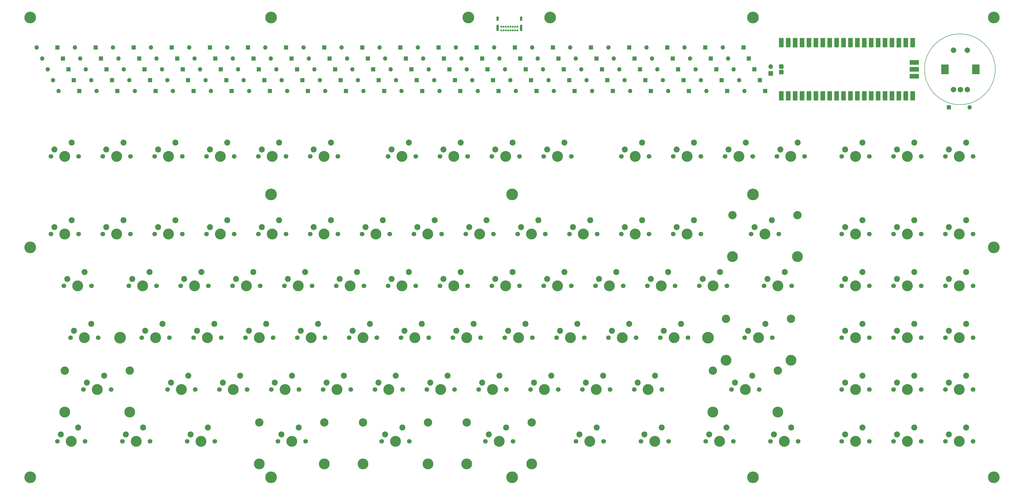
<source format=gts>
G04 #@! TF.GenerationSoftware,KiCad,Pcbnew,(6.0.0)*
G04 #@! TF.CreationDate,2022-03-01T15:50:58-08:00*
G04 #@! TF.ProjectId,keyboard_exposed_diodes_standard_tkl,6b657962-6f61-4726-945f-6578706f7365,rev?*
G04 #@! TF.SameCoordinates,Original*
G04 #@! TF.FileFunction,Soldermask,Top*
G04 #@! TF.FilePolarity,Negative*
%FSLAX46Y46*%
G04 Gerber Fmt 4.6, Leading zero omitted, Abs format (unit mm)*
G04 Created by KiCad (PCBNEW (6.0.0)) date 2022-03-01 15:50:58*
%MOMM*%
%LPD*%
G01*
G04 APERTURE LIST*
G04 Aperture macros list*
%AMRoundRect*
0 Rectangle with rounded corners*
0 $1 Rounding radius*
0 $2 $3 $4 $5 $6 $7 $8 $9 X,Y pos of 4 corners*
0 Add a 4 corners polygon primitive as box body*
4,1,4,$2,$3,$4,$5,$6,$7,$8,$9,$2,$3,0*
0 Add four circle primitives for the rounded corners*
1,1,$1+$1,$2,$3*
1,1,$1+$1,$4,$5*
1,1,$1+$1,$6,$7*
1,1,$1+$1,$8,$9*
0 Add four rect primitives between the rounded corners*
20,1,$1+$1,$2,$3,$4,$5,0*
20,1,$1+$1,$4,$5,$6,$7,0*
20,1,$1+$1,$6,$7,$8,$9,0*
20,1,$1+$1,$8,$9,$2,$3,0*%
G04 Aperture macros list end*
%ADD10C,0.150000*%
%ADD11C,1.700000*%
%ADD12C,4.000000*%
%ADD13C,2.200000*%
%ADD14R,1.600000X1.600000*%
%ADD15O,1.600000X1.600000*%
%ADD16R,1.700000X1.700000*%
%ADD17O,1.700000X1.700000*%
%ADD18C,0.700000*%
%ADD19O,0.900000X2.400000*%
%ADD20O,0.900000X1.700000*%
%ADD21R,1.700000X3.500000*%
%ADD22R,3.500000X1.700000*%
%ADD23RoundRect,0.425000X0.425000X-0.425000X0.425000X0.425000X-0.425000X0.425000X-0.425000X-0.425000X0*%
%ADD24R,2.800000X3.600000*%
%ADD25C,2.000000*%
%ADD26C,3.987800*%
%ADD27C,3.048000*%
%ADD28C,4.300000*%
G04 APERTURE END LIST*
D10*
X468500000Y-189000000D02*
G75*
G03*
X468500000Y-189000000I-13000000J0D01*
G01*
D11*
X140665000Y-249575000D03*
X150825000Y-249575000D03*
D12*
X145745000Y-249575000D03*
D13*
X141935000Y-247035000D03*
X148285000Y-244495000D03*
D11*
X169875000Y-249575000D03*
X159715000Y-249575000D03*
D12*
X164795000Y-249575000D03*
D13*
X160985000Y-247035000D03*
X167335000Y-244495000D03*
D11*
X178765000Y-249575000D03*
X188925000Y-249575000D03*
D12*
X183845000Y-249575000D03*
D13*
X180035000Y-247035000D03*
X186385000Y-244495000D03*
D12*
X202895000Y-249575000D03*
D11*
X197815000Y-249575000D03*
X207975000Y-249575000D03*
D13*
X199085000Y-247035000D03*
X205435000Y-244495000D03*
D11*
X216865000Y-249575000D03*
X227025000Y-249575000D03*
D12*
X221945000Y-249575000D03*
D13*
X218135000Y-247035000D03*
X224485000Y-244495000D03*
D12*
X240995000Y-249575000D03*
D11*
X246075000Y-249575000D03*
X235915000Y-249575000D03*
D13*
X237185000Y-247035000D03*
X243535000Y-244495000D03*
D11*
X254965000Y-249575000D03*
D12*
X260045000Y-249575000D03*
D11*
X265125000Y-249575000D03*
D13*
X256235000Y-247035000D03*
X262585000Y-244495000D03*
D12*
X279095000Y-249575000D03*
D11*
X274015000Y-249575000D03*
X284175000Y-249575000D03*
D13*
X275285000Y-247035000D03*
X281635000Y-244495000D03*
D11*
X293065000Y-249575000D03*
D12*
X298145000Y-249575000D03*
D11*
X303225000Y-249575000D03*
D13*
X294335000Y-247035000D03*
X300685000Y-244495000D03*
D11*
X165112500Y-287675000D03*
X154952500Y-287675000D03*
D12*
X160032500Y-287675000D03*
D13*
X156222500Y-285135000D03*
X162572500Y-282595000D03*
D11*
X250837500Y-306725000D03*
X240677500Y-306725000D03*
D12*
X245757500Y-306725000D03*
D13*
X241947500Y-304185000D03*
X248297500Y-301645000D03*
D11*
X378790000Y-249575000D03*
D12*
X383870000Y-249575000D03*
D11*
X388950000Y-249575000D03*
D13*
X380060000Y-247035000D03*
X386410000Y-244495000D03*
D12*
X388632500Y-268625000D03*
D11*
X393712500Y-268625000D03*
X383552500Y-268625000D03*
D13*
X384822500Y-266085000D03*
X391172500Y-263545000D03*
D12*
X207657500Y-306725000D03*
D11*
X212737500Y-306725000D03*
X202577500Y-306725000D03*
D13*
X203847500Y-304185000D03*
X210197500Y-301645000D03*
D11*
X193052500Y-287675000D03*
D12*
X198132500Y-287675000D03*
D11*
X203212500Y-287675000D03*
D13*
X194322500Y-285135000D03*
X200672500Y-282595000D03*
D12*
X336245000Y-249575000D03*
D11*
X341325000Y-249575000D03*
X331165000Y-249575000D03*
D13*
X332435000Y-247035000D03*
X338785000Y-244495000D03*
D12*
X417207500Y-268625000D03*
D11*
X422287500Y-268625000D03*
X412127500Y-268625000D03*
D13*
X413397500Y-266085000D03*
X419747500Y-263545000D03*
D11*
X431177500Y-325775000D03*
D12*
X436257500Y-325775000D03*
D11*
X441337500Y-325775000D03*
D13*
X432447500Y-323235000D03*
X438797500Y-320695000D03*
D11*
X188290000Y-268625000D03*
X198450000Y-268625000D03*
D12*
X193370000Y-268625000D03*
D13*
X189560000Y-266085000D03*
X195910000Y-263545000D03*
D11*
X441337500Y-268625000D03*
X431177500Y-268625000D03*
D12*
X436257500Y-268625000D03*
D13*
X432447500Y-266085000D03*
X438797500Y-263545000D03*
D12*
X381488750Y-287675000D03*
D11*
X386568750Y-287675000D03*
X376408750Y-287675000D03*
D13*
X377678750Y-285135000D03*
X384028750Y-282595000D03*
D11*
X360375000Y-249575000D03*
X350215000Y-249575000D03*
D12*
X355295000Y-249575000D03*
D13*
X351485000Y-247035000D03*
X357835000Y-244495000D03*
D11*
X150825000Y-221000000D03*
X140665000Y-221000000D03*
D12*
X145745000Y-221000000D03*
D13*
X141935000Y-218460000D03*
X148285000Y-215920000D03*
D11*
X215118750Y-325775000D03*
D12*
X210038750Y-325775000D03*
D11*
X204958750Y-325775000D03*
D13*
X206228750Y-323235000D03*
X212578750Y-320695000D03*
D11*
X281158750Y-325775000D03*
D12*
X286238750Y-325775000D03*
D11*
X291318750Y-325775000D03*
D13*
X282428750Y-323235000D03*
X288778750Y-320695000D03*
D11*
X422287500Y-287675000D03*
D12*
X417207500Y-287675000D03*
D11*
X412127500Y-287675000D03*
D13*
X413397500Y-285135000D03*
X419747500Y-282595000D03*
D12*
X417207500Y-306725000D03*
D11*
X422287500Y-306725000D03*
X412127500Y-306725000D03*
D13*
X413397500Y-304185000D03*
X419747500Y-301645000D03*
D11*
X441337500Y-287675000D03*
D12*
X436257500Y-287675000D03*
D11*
X431177500Y-287675000D03*
D13*
X432447500Y-285135000D03*
X438797500Y-282595000D03*
D12*
X455307500Y-287675000D03*
D11*
X450227500Y-287675000D03*
X460387500Y-287675000D03*
D13*
X451497500Y-285135000D03*
X457847500Y-282595000D03*
D11*
X450227500Y-306725000D03*
X460387500Y-306725000D03*
D12*
X455307500Y-306725000D03*
D13*
X451497500Y-304185000D03*
X457847500Y-301645000D03*
D11*
X169875000Y-221000000D03*
X159715000Y-221000000D03*
D12*
X164795000Y-221000000D03*
D13*
X160985000Y-218460000D03*
X167335000Y-215920000D03*
D11*
X178765000Y-221000000D03*
D12*
X183845000Y-221000000D03*
D11*
X188925000Y-221000000D03*
D13*
X180035000Y-218460000D03*
X186385000Y-215920000D03*
D11*
X207975000Y-221000000D03*
D12*
X202895000Y-221000000D03*
D11*
X197815000Y-221000000D03*
D13*
X199085000Y-218460000D03*
X205435000Y-215920000D03*
D11*
X245440000Y-221000000D03*
X255600000Y-221000000D03*
D12*
X250520000Y-221000000D03*
D13*
X246710000Y-218460000D03*
X253060000Y-215920000D03*
D11*
X283540000Y-221000000D03*
X293700000Y-221000000D03*
D12*
X288620000Y-221000000D03*
D13*
X284810000Y-218460000D03*
X291160000Y-215920000D03*
D11*
X302590000Y-221000000D03*
D12*
X307670000Y-221000000D03*
D11*
X312750000Y-221000000D03*
D13*
X303860000Y-218460000D03*
X310210000Y-215920000D03*
D12*
X374345000Y-221000000D03*
D11*
X379425000Y-221000000D03*
X369265000Y-221000000D03*
D13*
X370535000Y-218460000D03*
X376885000Y-215920000D03*
D11*
X222262500Y-287675000D03*
D12*
X217182500Y-287675000D03*
D11*
X212102500Y-287675000D03*
D13*
X213372500Y-285135000D03*
X219722500Y-282595000D03*
D11*
X335927500Y-306725000D03*
D12*
X341007500Y-306725000D03*
D11*
X346087500Y-306725000D03*
D13*
X337197500Y-304185000D03*
X343547500Y-301645000D03*
D11*
X231152500Y-287675000D03*
D12*
X236232500Y-287675000D03*
D11*
X241312500Y-287675000D03*
D13*
X232422500Y-285135000D03*
X238772500Y-282595000D03*
D12*
X255282500Y-287675000D03*
D11*
X260362500Y-287675000D03*
X250202500Y-287675000D03*
D13*
X251472500Y-285135000D03*
X257822500Y-282595000D03*
D11*
X431177500Y-249575000D03*
X441337500Y-249575000D03*
D12*
X436257500Y-249575000D03*
D13*
X432447500Y-247035000D03*
X438797500Y-244495000D03*
D12*
X288620000Y-268625000D03*
D11*
X283540000Y-268625000D03*
X293700000Y-268625000D03*
D13*
X284810000Y-266085000D03*
X291160000Y-263545000D03*
D12*
X417207500Y-249575000D03*
D11*
X422287500Y-249575000D03*
X412127500Y-249575000D03*
D13*
X413397500Y-247035000D03*
X419747500Y-244495000D03*
D12*
X293382500Y-287675000D03*
D11*
X288302500Y-287675000D03*
X298462500Y-287675000D03*
D13*
X289572500Y-285135000D03*
X295922500Y-282595000D03*
D11*
X307352500Y-287675000D03*
X317512500Y-287675000D03*
D12*
X312432500Y-287675000D03*
D13*
X308622500Y-285135000D03*
X314972500Y-282595000D03*
D11*
X181781250Y-325775000D03*
X171621250Y-325775000D03*
D12*
X176701250Y-325775000D03*
D13*
X172891250Y-323235000D03*
X179241250Y-320695000D03*
D12*
X417207500Y-325775000D03*
D11*
X422287500Y-325775000D03*
X412127500Y-325775000D03*
D13*
X413397500Y-323235000D03*
X419747500Y-320695000D03*
D11*
X147808750Y-325775000D03*
X157968750Y-325775000D03*
D12*
X152888750Y-325775000D03*
D13*
X149078750Y-323235000D03*
X155428750Y-320695000D03*
D11*
X278777500Y-306725000D03*
X288937500Y-306725000D03*
D12*
X283857500Y-306725000D03*
D13*
X280047500Y-304185000D03*
X286397500Y-301645000D03*
D12*
X367201250Y-325775000D03*
D11*
X372281250Y-325775000D03*
X362121250Y-325775000D03*
D13*
X363391250Y-323235000D03*
X369741250Y-320695000D03*
D11*
X269887500Y-306725000D03*
X259727500Y-306725000D03*
D12*
X264807500Y-306725000D03*
D13*
X260997500Y-304185000D03*
X267347500Y-301645000D03*
D12*
X307670000Y-268625000D03*
D11*
X312750000Y-268625000D03*
X302590000Y-268625000D03*
D13*
X303860000Y-266085000D03*
X310210000Y-263545000D03*
D11*
X450227500Y-221000000D03*
D12*
X455307500Y-221000000D03*
D11*
X460387500Y-221000000D03*
D13*
X451497500Y-218460000D03*
X457847500Y-215920000D03*
D11*
X460387500Y-268625000D03*
X450227500Y-268625000D03*
D12*
X455307500Y-268625000D03*
D13*
X451497500Y-266085000D03*
X457847500Y-263545000D03*
D12*
X455307500Y-249575000D03*
D11*
X460387500Y-249575000D03*
X450227500Y-249575000D03*
D13*
X451497500Y-247035000D03*
X457847500Y-244495000D03*
D12*
X417207500Y-221000000D03*
D11*
X422287500Y-221000000D03*
X412127500Y-221000000D03*
D13*
X413397500Y-218460000D03*
X419747500Y-215920000D03*
D11*
X150190000Y-268625000D03*
D12*
X155270000Y-268625000D03*
D11*
X160350000Y-268625000D03*
D13*
X151460000Y-266085000D03*
X157810000Y-263545000D03*
D11*
X345452500Y-287675000D03*
X355612500Y-287675000D03*
D12*
X350532500Y-287675000D03*
D13*
X346722500Y-285135000D03*
X353072500Y-282595000D03*
D11*
X217500000Y-268625000D03*
D12*
X212420000Y-268625000D03*
D11*
X207340000Y-268625000D03*
D13*
X208610000Y-266085000D03*
X214960000Y-263545000D03*
D11*
X369900000Y-268625000D03*
D12*
X364820000Y-268625000D03*
D11*
X359740000Y-268625000D03*
D13*
X361010000Y-266085000D03*
X367360000Y-263545000D03*
D11*
X450227500Y-325775000D03*
X460387500Y-325775000D03*
D12*
X455307500Y-325775000D03*
D13*
X451497500Y-323235000D03*
X457847500Y-320695000D03*
D11*
X381806250Y-306725000D03*
D12*
X376726250Y-306725000D03*
D11*
X371646250Y-306725000D03*
D13*
X372916250Y-304185000D03*
X379266250Y-301645000D03*
D12*
X179082500Y-287675000D03*
D11*
X184162500Y-287675000D03*
X174002500Y-287675000D03*
D13*
X175272500Y-285135000D03*
X181622500Y-282595000D03*
D12*
X436257500Y-221000000D03*
D11*
X431177500Y-221000000D03*
X441337500Y-221000000D03*
D13*
X432447500Y-218460000D03*
X438797500Y-215920000D03*
D12*
X248138750Y-325775000D03*
D11*
X243058750Y-325775000D03*
X253218750Y-325775000D03*
D13*
X244328750Y-323235000D03*
X250678750Y-320695000D03*
D12*
X231470000Y-268625000D03*
D11*
X226390000Y-268625000D03*
X236550000Y-268625000D03*
D13*
X227660000Y-266085000D03*
X234010000Y-263545000D03*
D11*
X264490000Y-268625000D03*
D12*
X269570000Y-268625000D03*
D11*
X274650000Y-268625000D03*
D13*
X265760000Y-266085000D03*
X272110000Y-263545000D03*
D11*
X431177500Y-306725000D03*
X441337500Y-306725000D03*
D12*
X436257500Y-306725000D03*
D13*
X432447500Y-304185000D03*
X438797500Y-301645000D03*
D11*
X169240000Y-268625000D03*
D12*
X174320000Y-268625000D03*
D11*
X179400000Y-268625000D03*
D13*
X170510000Y-266085000D03*
X176860000Y-263545000D03*
D11*
X193687500Y-306725000D03*
D12*
X188607500Y-306725000D03*
D11*
X183527500Y-306725000D03*
D13*
X184797500Y-304185000D03*
X191147500Y-301645000D03*
D11*
X255600000Y-268625000D03*
D12*
X250520000Y-268625000D03*
D11*
X245440000Y-268625000D03*
D13*
X246710000Y-266085000D03*
X253060000Y-263545000D03*
D12*
X274332500Y-287675000D03*
D11*
X279412500Y-287675000D03*
X269252500Y-287675000D03*
D13*
X270522500Y-285135000D03*
X276872500Y-282595000D03*
D11*
X340690000Y-268625000D03*
D12*
X345770000Y-268625000D03*
D11*
X350850000Y-268625000D03*
D13*
X341960000Y-266085000D03*
X348310000Y-263545000D03*
D11*
X350215000Y-221000000D03*
D12*
X355295000Y-221000000D03*
D11*
X360375000Y-221000000D03*
D13*
X351485000Y-218460000D03*
X357835000Y-215920000D03*
D11*
X227025000Y-221000000D03*
X216865000Y-221000000D03*
D12*
X221945000Y-221000000D03*
D13*
X218135000Y-218460000D03*
X224485000Y-215920000D03*
D11*
X274650000Y-221000000D03*
D12*
X269570000Y-221000000D03*
D11*
X264490000Y-221000000D03*
D13*
X265760000Y-218460000D03*
X272110000Y-215920000D03*
D12*
X319576250Y-325775000D03*
D11*
X324656250Y-325775000D03*
X314496250Y-325775000D03*
D13*
X315766250Y-323235000D03*
X322116250Y-320695000D03*
D11*
X307987500Y-306725000D03*
X297827500Y-306725000D03*
D12*
X302907500Y-306725000D03*
D13*
X299097500Y-304185000D03*
X305447500Y-301645000D03*
D12*
X131457500Y-268625000D03*
D11*
X136537500Y-268625000D03*
X126377500Y-268625000D03*
D13*
X127647500Y-266085000D03*
X133997500Y-263545000D03*
D12*
X138601250Y-306725000D03*
D11*
X133521250Y-306725000D03*
X143681250Y-306725000D03*
D13*
X134791250Y-304185000D03*
X141141250Y-301645000D03*
D11*
X123996250Y-325775000D03*
D12*
X129076250Y-325775000D03*
D11*
X134156250Y-325775000D03*
D13*
X125266250Y-323235000D03*
X131616250Y-320695000D03*
D11*
X131775000Y-221000000D03*
X121615000Y-221000000D03*
D12*
X126695000Y-221000000D03*
D13*
X122885000Y-218460000D03*
X129235000Y-215920000D03*
D11*
X128758750Y-287675000D03*
X138918750Y-287675000D03*
D12*
X133838750Y-287675000D03*
D13*
X130028750Y-285135000D03*
X136378750Y-282595000D03*
D12*
X126695000Y-249575000D03*
D11*
X121615000Y-249575000D03*
X131775000Y-249575000D03*
D13*
X122885000Y-247035000D03*
X129235000Y-244495000D03*
D12*
X226707500Y-306725000D03*
D11*
X231787500Y-306725000D03*
X221627500Y-306725000D03*
D13*
X222897500Y-304185000D03*
X229247500Y-301645000D03*
D11*
X326402500Y-287675000D03*
X336562500Y-287675000D03*
D12*
X331482500Y-287675000D03*
D13*
X327672500Y-285135000D03*
X334022500Y-282595000D03*
D12*
X343388750Y-325775000D03*
D11*
X348468750Y-325775000D03*
X338308750Y-325775000D03*
D13*
X339578750Y-323235000D03*
X345928750Y-320695000D03*
D12*
X326720000Y-268625000D03*
D11*
X321640000Y-268625000D03*
X331800000Y-268625000D03*
D13*
X322910000Y-266085000D03*
X329260000Y-263545000D03*
D11*
X341325000Y-221000000D03*
D12*
X336245000Y-221000000D03*
D11*
X331165000Y-221000000D03*
D13*
X332435000Y-218460000D03*
X338785000Y-215920000D03*
D11*
X385933750Y-325775000D03*
X396093750Y-325775000D03*
D12*
X391013750Y-325775000D03*
D13*
X387203750Y-323235000D03*
X393553750Y-320695000D03*
D11*
X327037500Y-306725000D03*
D12*
X321957500Y-306725000D03*
D11*
X316877500Y-306725000D03*
D13*
X318147500Y-304185000D03*
X324497500Y-301645000D03*
D14*
X124000000Y-181000000D03*
D15*
X116380000Y-181000000D03*
D14*
X370000000Y-197000000D03*
D15*
X362380000Y-197000000D03*
D14*
X340000000Y-193000000D03*
D15*
X332380000Y-193000000D03*
D14*
X140000000Y-185000000D03*
D15*
X132380000Y-185000000D03*
D16*
X386000000Y-190540000D03*
D17*
X386000000Y-188000000D03*
D18*
X293000000Y-174725000D03*
X292150000Y-174725000D03*
X291300000Y-174725000D03*
X290450000Y-174725000D03*
X289600000Y-174725000D03*
X288750000Y-174725000D03*
X287900000Y-174725000D03*
X287050000Y-174725000D03*
X287050000Y-173375000D03*
X287900000Y-173375000D03*
X288750000Y-173375000D03*
X289600000Y-173375000D03*
X290450000Y-173375000D03*
X291300000Y-173375000D03*
X292150000Y-173375000D03*
X293000000Y-173375000D03*
D19*
X294350000Y-173745000D03*
D20*
X294350000Y-170365000D03*
D19*
X285700000Y-173745000D03*
D20*
X285700000Y-170365000D03*
D21*
X389870000Y-198790000D03*
D17*
X389870000Y-197890000D03*
X392410000Y-197890000D03*
D21*
X392410000Y-198790000D03*
D16*
X394950000Y-197890000D03*
D21*
X394950000Y-198790000D03*
X397490000Y-198790000D03*
D17*
X397490000Y-197890000D03*
X400030000Y-197890000D03*
D21*
X400030000Y-198790000D03*
D17*
X402570000Y-197890000D03*
D21*
X402570000Y-198790000D03*
X405110000Y-198790000D03*
D17*
X405110000Y-197890000D03*
D21*
X407650000Y-198790000D03*
D16*
X407650000Y-197890000D03*
D21*
X410190000Y-198790000D03*
D17*
X410190000Y-197890000D03*
X412730000Y-197890000D03*
D21*
X412730000Y-198790000D03*
X415270000Y-198790000D03*
D17*
X415270000Y-197890000D03*
D21*
X417810000Y-198790000D03*
D17*
X417810000Y-197890000D03*
D16*
X420350000Y-197890000D03*
D21*
X420350000Y-198790000D03*
X422890000Y-198790000D03*
D17*
X422890000Y-197890000D03*
D21*
X425430000Y-198790000D03*
D17*
X425430000Y-197890000D03*
X427970000Y-197890000D03*
D21*
X427970000Y-198790000D03*
D17*
X430510000Y-197890000D03*
D21*
X430510000Y-198790000D03*
D16*
X433050000Y-197890000D03*
D21*
X433050000Y-198790000D03*
X435590000Y-198790000D03*
D17*
X435590000Y-197890000D03*
X438130000Y-197890000D03*
D21*
X438130000Y-198790000D03*
X438130000Y-179210000D03*
D17*
X438130000Y-180110000D03*
X435590000Y-180110000D03*
D21*
X435590000Y-179210000D03*
X433050000Y-179210000D03*
D16*
X433050000Y-180110000D03*
D21*
X430510000Y-179210000D03*
D17*
X430510000Y-180110000D03*
X427970000Y-180110000D03*
D21*
X427970000Y-179210000D03*
X425430000Y-179210000D03*
D17*
X425430000Y-180110000D03*
X422890000Y-180110000D03*
D21*
X422890000Y-179210000D03*
X420350000Y-179210000D03*
D16*
X420350000Y-180110000D03*
D21*
X417810000Y-179210000D03*
D17*
X417810000Y-180110000D03*
D21*
X415270000Y-179210000D03*
D17*
X415270000Y-180110000D03*
D21*
X412730000Y-179210000D03*
D17*
X412730000Y-180110000D03*
D21*
X410190000Y-179210000D03*
D17*
X410190000Y-180110000D03*
D16*
X407650000Y-180110000D03*
D21*
X407650000Y-179210000D03*
X405110000Y-179210000D03*
D17*
X405110000Y-180110000D03*
X402570000Y-180110000D03*
D21*
X402570000Y-179210000D03*
D17*
X400030000Y-180110000D03*
D21*
X400030000Y-179210000D03*
D17*
X397490000Y-180110000D03*
D21*
X397490000Y-179210000D03*
D16*
X394950000Y-180110000D03*
D21*
X394950000Y-179210000D03*
D17*
X392410000Y-180110000D03*
D21*
X392410000Y-179210000D03*
D17*
X389870000Y-180110000D03*
D21*
X389870000Y-179210000D03*
D22*
X438800000Y-191540000D03*
D17*
X437900000Y-191540000D03*
D16*
X437900000Y-189000000D03*
D22*
X438800000Y-189000000D03*
X438800000Y-186460000D03*
D17*
X437900000Y-186460000D03*
D23*
X389880000Y-190000000D03*
X389880000Y-188000000D03*
D14*
X338000000Y-189000000D03*
D15*
X330380000Y-189000000D03*
D14*
X226000000Y-189000000D03*
D15*
X218380000Y-189000000D03*
D14*
X310000000Y-189000000D03*
D15*
X302380000Y-189000000D03*
D14*
X300000000Y-197000000D03*
D15*
X292380000Y-197000000D03*
D14*
X296000000Y-189000000D03*
D15*
X288380000Y-189000000D03*
D14*
X282000000Y-189000000D03*
D15*
X274380000Y-189000000D03*
D14*
X142000000Y-189000000D03*
D15*
X134380000Y-189000000D03*
D14*
X194000000Y-181000000D03*
D15*
X186380000Y-181000000D03*
D14*
X328000000Y-197000000D03*
D15*
X320380000Y-197000000D03*
D14*
X160000000Y-197000000D03*
D15*
X152380000Y-197000000D03*
D14*
X180000000Y-181000000D03*
D15*
X172380000Y-181000000D03*
D24*
X450000000Y-189000000D03*
X461400000Y-189000000D03*
D25*
X453200000Y-196500000D03*
X458200000Y-196500000D03*
X455700000Y-196500000D03*
X453200000Y-182000000D03*
X458200000Y-182000000D03*
D14*
X286000000Y-197000000D03*
D15*
X278380000Y-197000000D03*
D14*
X240000000Y-189000000D03*
D15*
X232380000Y-189000000D03*
D14*
X322000000Y-185000000D03*
D15*
X314380000Y-185000000D03*
D14*
X362000000Y-181000000D03*
D15*
X354380000Y-181000000D03*
D14*
X324000000Y-189000000D03*
D15*
X316380000Y-189000000D03*
D14*
X384000000Y-197000000D03*
D15*
X376380000Y-197000000D03*
D14*
X308000000Y-185000000D03*
D15*
X300380000Y-185000000D03*
D14*
X334000000Y-181000000D03*
D15*
X326380000Y-181000000D03*
D14*
X258000000Y-197000000D03*
D15*
X250380000Y-197000000D03*
D14*
X242000000Y-193000000D03*
D15*
X234380000Y-193000000D03*
D14*
X154000000Y-185000000D03*
D15*
X146380000Y-185000000D03*
D14*
X342000000Y-197000000D03*
D15*
X334380000Y-197000000D03*
D14*
X172000000Y-193000000D03*
D15*
X164380000Y-193000000D03*
D14*
X144000000Y-193000000D03*
D15*
X136380000Y-193000000D03*
D14*
X212000000Y-189000000D03*
D15*
X204380000Y-189000000D03*
D14*
X244000000Y-197000000D03*
D15*
X236380000Y-197000000D03*
D14*
X314000000Y-197000000D03*
D15*
X306380000Y-197000000D03*
D14*
X280000000Y-185000000D03*
D15*
X272380000Y-185000000D03*
D14*
X202000000Y-197000000D03*
D15*
X194380000Y-197000000D03*
D14*
X320000000Y-181000000D03*
D15*
X312380000Y-181000000D03*
D14*
X182000000Y-185000000D03*
D15*
X174380000Y-185000000D03*
D14*
X364000000Y-185000000D03*
D15*
X356380000Y-185000000D03*
D14*
X378000000Y-185000000D03*
D15*
X370380000Y-185000000D03*
D14*
X284000000Y-193000000D03*
D15*
X276380000Y-193000000D03*
D14*
X264000000Y-181000000D03*
D15*
X256380000Y-181000000D03*
D14*
X130000000Y-193000000D03*
D15*
X122380000Y-193000000D03*
D14*
X254000000Y-189000000D03*
D15*
X246380000Y-189000000D03*
D14*
X200000000Y-193000000D03*
D15*
X192380000Y-193000000D03*
D14*
X350000000Y-185000000D03*
D15*
X342380000Y-185000000D03*
D14*
X252000000Y-185000000D03*
D15*
X244380000Y-185000000D03*
D14*
X228000000Y-193000000D03*
D15*
X220380000Y-193000000D03*
D14*
X270000000Y-193000000D03*
D15*
X262380000Y-193000000D03*
D14*
X126000000Y-185000000D03*
D15*
X118380000Y-185000000D03*
D14*
X132000000Y-197000000D03*
D15*
X124380000Y-197000000D03*
D14*
X348000000Y-181000000D03*
D15*
X340380000Y-181000000D03*
D14*
X356000000Y-197000000D03*
D15*
X348380000Y-197000000D03*
D14*
X268000000Y-189000000D03*
D15*
X260380000Y-189000000D03*
D14*
X256000000Y-193000000D03*
D15*
X248380000Y-193000000D03*
D14*
X230000000Y-197000000D03*
D15*
X222380000Y-197000000D03*
D14*
X170000000Y-189000000D03*
D15*
X162380000Y-189000000D03*
D14*
X174000000Y-197000000D03*
D15*
X166380000Y-197000000D03*
D14*
X166000000Y-181000000D03*
D15*
X158380000Y-181000000D03*
D14*
X210000000Y-185000000D03*
D15*
X202380000Y-185000000D03*
D14*
X186000000Y-193000000D03*
D15*
X178380000Y-193000000D03*
D14*
X278000000Y-181000000D03*
D15*
X270380000Y-181000000D03*
D14*
X266000000Y-185000000D03*
D15*
X258380000Y-185000000D03*
D14*
X152000000Y-181000000D03*
D15*
X144380000Y-181000000D03*
D14*
X184000000Y-189000000D03*
D15*
X176380000Y-189000000D03*
D14*
X366000000Y-189000000D03*
D15*
X358380000Y-189000000D03*
D14*
X188000000Y-197000000D03*
D15*
X180380000Y-197000000D03*
D14*
X158000000Y-193000000D03*
D15*
X150380000Y-193000000D03*
D14*
X298000000Y-193000000D03*
D15*
X290380000Y-193000000D03*
D14*
X128000000Y-189000000D03*
D15*
X120380000Y-189000000D03*
D14*
X272000000Y-197000000D03*
D15*
X264380000Y-197000000D03*
D14*
X352000000Y-189000000D03*
D15*
X344380000Y-189000000D03*
D14*
X382000000Y-193000000D03*
D15*
X374380000Y-193000000D03*
D14*
X368000000Y-193000000D03*
D15*
X360380000Y-193000000D03*
D14*
X208000000Y-181000000D03*
D15*
X200380000Y-181000000D03*
D14*
X196000000Y-185000000D03*
D15*
X188380000Y-185000000D03*
D14*
X216000000Y-197000000D03*
D15*
X208380000Y-197000000D03*
D14*
X326000000Y-193000000D03*
D15*
X318380000Y-193000000D03*
D14*
X198000000Y-189000000D03*
D15*
X190380000Y-189000000D03*
D14*
X138000000Y-181000000D03*
D15*
X130380000Y-181000000D03*
D14*
X336000000Y-185000000D03*
D15*
X328380000Y-185000000D03*
D14*
X376000000Y-181000000D03*
D15*
X368380000Y-181000000D03*
D14*
X214000000Y-193000000D03*
D15*
X206380000Y-193000000D03*
D14*
X306000000Y-181000000D03*
D15*
X298380000Y-181000000D03*
D14*
X236000000Y-181000000D03*
D15*
X228380000Y-181000000D03*
D14*
X292000000Y-181000000D03*
D15*
X284380000Y-181000000D03*
D14*
X294000000Y-185000000D03*
D15*
X286380000Y-185000000D03*
D14*
X156000000Y-189000000D03*
D15*
X148380000Y-189000000D03*
D14*
X354000000Y-193000000D03*
D15*
X346380000Y-193000000D03*
D14*
X168000000Y-185000000D03*
D15*
X160380000Y-185000000D03*
D14*
X146000000Y-197000000D03*
D15*
X138380000Y-197000000D03*
D14*
X224000000Y-185000000D03*
D15*
X216380000Y-185000000D03*
D14*
X222000000Y-181000000D03*
D15*
X214380000Y-181000000D03*
D14*
X380000000Y-189000000D03*
D15*
X372380000Y-189000000D03*
D14*
X238000000Y-185000000D03*
D15*
X230380000Y-185000000D03*
D14*
X312000000Y-193000000D03*
D15*
X304380000Y-193000000D03*
D14*
X250000000Y-181000000D03*
D15*
X242380000Y-181000000D03*
D11*
X322275000Y-249575000D03*
D12*
X317195000Y-249575000D03*
D11*
X312115000Y-249575000D03*
D13*
X313385000Y-247035000D03*
X319735000Y-244495000D03*
D11*
X398475000Y-221000000D03*
D12*
X393395000Y-221000000D03*
D11*
X388315000Y-221000000D03*
D13*
X389585000Y-218460000D03*
X395935000Y-215920000D03*
D11*
X174637500Y-306725000D03*
X164477500Y-306725000D03*
D12*
X169557500Y-306725000D03*
D13*
X165747500Y-304185000D03*
X172097500Y-301645000D03*
D26*
X126663250Y-314980000D03*
X150539250Y-314980000D03*
D27*
X126663250Y-299740000D03*
X150539250Y-299740000D03*
D26*
X364788250Y-314980000D03*
D27*
X388664250Y-299740000D03*
D26*
X388664250Y-314980000D03*
D27*
X364788250Y-299740000D03*
X393426750Y-280690000D03*
X369550750Y-280690000D03*
D26*
X369550750Y-295930000D03*
X393426750Y-295930000D03*
X395808000Y-257830000D03*
D27*
X371932000Y-242590000D03*
X395808000Y-242590000D03*
D26*
X371932000Y-257830000D03*
X198100750Y-334030000D03*
D27*
X198100750Y-318790000D03*
D26*
X221976750Y-334030000D03*
D27*
X221976750Y-318790000D03*
D26*
X298176750Y-334030000D03*
X274300750Y-334030000D03*
D27*
X298176750Y-318790000D03*
X274300750Y-318790000D03*
X236200750Y-318790000D03*
X260076750Y-318790000D03*
D26*
X260076750Y-334030000D03*
X236200750Y-334030000D03*
D14*
X451500000Y-203000000D03*
D15*
X459120000Y-203000000D03*
D28*
X363000000Y-287675000D03*
X468000000Y-170000000D03*
X147000000Y-287675000D03*
X379500000Y-235000000D03*
X305000000Y-170000000D03*
X202500000Y-170000000D03*
X114000000Y-254499558D03*
X467999558Y-254499558D03*
X202500000Y-339000000D03*
X379500000Y-339000000D03*
X291000000Y-339000000D03*
X202500000Y-235000000D03*
X114000000Y-339000000D03*
X274905346Y-170000000D03*
X468000000Y-339000000D03*
X291000000Y-235000000D03*
X114000000Y-170000000D03*
X379500000Y-170000000D03*
M02*

</source>
